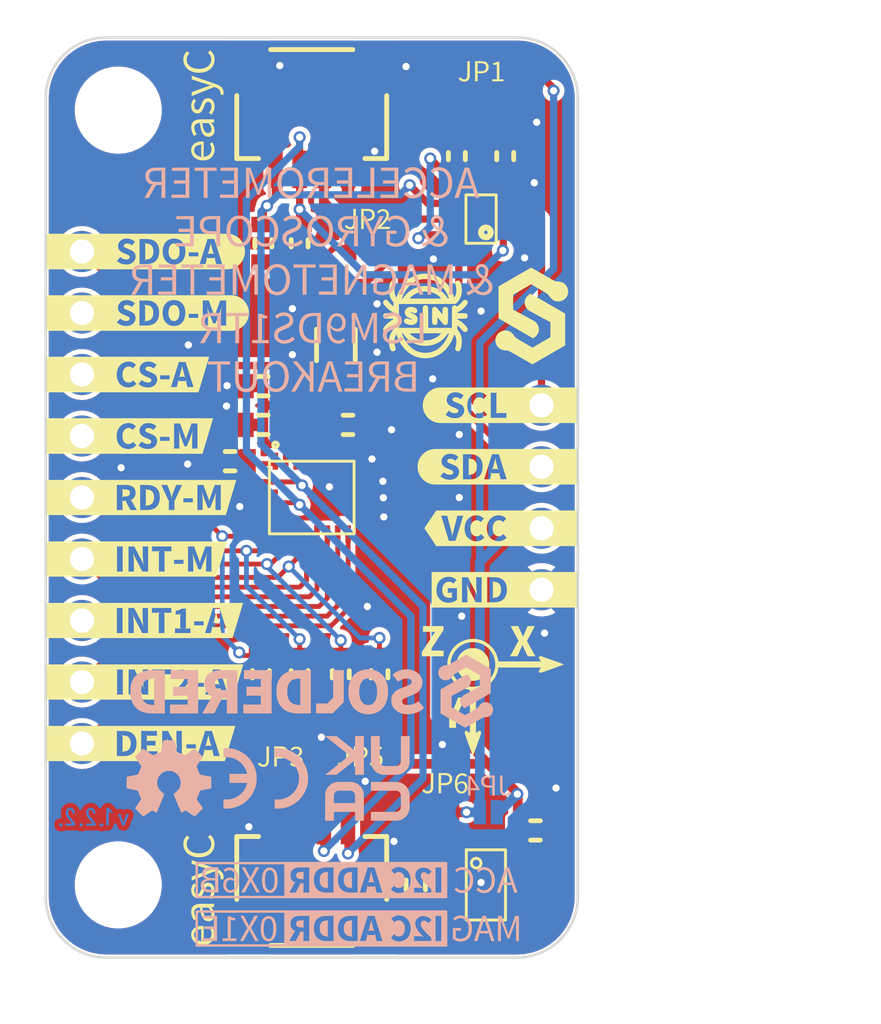
<source format=kicad_pcb>
(kicad_pcb (version 20211014) (generator pcbnew)
  (title_block (title "Accelerometer & Gyroscope & Magnetometer LSM9DS1TR breakout") (date "2023-05-22") (rev "V1.2.2.") (company "SOLDERED") (comment 1 "333069"))
  (layers (0 "F.Cu" signal) (31 "B.Cu" signal) (34 "B.Paste" user) (35 "F.Paste" user) (36 "B.SilkS" user "B.Silkscreen") (37 "F.SilkS" user "F.Silkscreen") (38 "B.Mask" user) (39 "F.Mask" user) (44 "Edge.Cuts" user))
  (net 0 "")
  (net 1 "GND")
  (net 2 "3V3")
  (net 3 "Net-(C2-Pad1)")
  (net 4 "Net-(C4-Pad1)")
  (net 5 "Net-(C6-Pad2)")
  (net 6 "SCL_PULL5")
  (net 7 "5V")
  (net 8 "SDA_PULL5")
  (net 9 "SCL_PULL3,3")
  (net 10 "SDA_PULL3,3")
  (net 11 "Net-(JP3-Pad1)")
  (net 12 "Net-(JP3-Pad3)")
  (net 13 "SDO_AG")
  (net 14 "SDO_M")
  (net 15 "CS_AG")
  (net 16 "CS_M")
  (net 17 "DRDY_M")
  (net 18 "INT_M")
  (net 19 "INT1_AG")
  (net 20 "INT2_AG")
  (net 21 "DEN_AG")
  (net 22 "SCL3,3")
  (net 23 "SDA3,3")
  (net 24 "SDA5")
  (net 25 "SCL5")
  (net 27 "Net-(JP5-Pad1)")
  (net 28 "Net-(JP5-Pad3)")
  (footprint "e-radionica.com footprinti:0603R" (layer "F.Cu") (at 110.5 128.3 -90)
    (fp_text reference "R6")
    (fp_text value "10k")
  )
  (footprint "e-radionica.com footprinti:FIDUCIAL_23" (layer "F.Cu") (at 111 138.1)
    (fp_text reference "FD1")
    (fp_text value "FIDUCIAL")
  )
  (footprint "e-radionica.com footprinti:0603R" (layer "F.Cu") (at 109 110.5 -90)
    (fp_text reference "R4")
    (fp_text value "10k")
  )
  (footprint "e-radionica.com footprinti:0603C" (layer "F.Cu") (at 115.3 137 90)
    (fp_text reference "C6")
    (fp_text value "2u2")
  )
  (footprint "e-radionica.com footprinti:easyC-connector" (layer "F.Cu") (at 111 136.7 180)
    (fp_text reference "K2")
    (fp_text value "easyC-SMD")
  )
  (footprint "e-radionica.com footprinti:0603R" (layer "F.Cu") (at 113.8 128.3 -90)
    (fp_text reference "R8")
    (fp_text value "10k")
  )
  (footprint "e-radionica.com footprinti:SMD-JUMPER-CONNECTED_TRACE_SLODERMASK" (layer "F.Cu") (at 116.5 134)
    (fp_text reference "JP6")
    (fp_text value "SMD-JUMPER-CONNECTED_TRACE_SLODERMASK")
  )
  (footprint "e-radionica.com footprinti:1206C" (layer "F.Cu") (at 112 114.7 90)
    (fp_text reference "C3")
    (fp_text value "10u")
  )
  (footprint "Soldered Graphics:Logo-Back-UKCA-3.5mm" (layer "F.Cu") (at 113.3 132.6)
    (fp_text reference "REF**" hide)
    (fp_text value "Logo-Back-UKCA-3.5mm" hide)
  )
  (footprint "Soldered Graphics:Logo-Back-OSH-3.5mm" (layer "F.Cu") (at 105.1 132.6)
    (fp_text reference "G***" hide)
    (fp_text value "LOGO" hide)
  )
  (footprint "e-radionica.com footprinti:0603C" (layer "F.Cu") (at 109 116.4)
    (fp_text reference "C5")
    (fp_text value "100n")
  )
  (footprint "kibuzzard-6411B0E0" (layer "F.Cu") (at 104.18 113.38)
    (fp_text reference "kibuzzard-6411B0E0" hide)
    (fp_text value "G***" hide)
  )
  (footprint "e-radionica.com footprinti:0603R" (layer "F.Cu") (at 119 106.9 -90)
    (fp_text reference "R2")
    (fp_text value "10k")
  )
  (footprint "e-radionica.com footprinti:0603C" (layer "F.Cu") (at 109 118 180)
    (fp_text reference "C2")
    (fp_text value "100n")
  )
  (footprint "kibuzzard-6411B119" (layer "F.Cu") (at 103.92 121)
    (fp_text reference "kibuzzard-6411B119" hide)
    (fp_text value "G***" hide)
  )
  (footprint "Soldered Graphics:Logo-Front-easyC-NewFont" (layer "F.Cu") (at 106.5 104.8 90)
    (fp_text reference "G***" hide)
    (fp_text value "LOGO" hide)
  )
  (footprint "Soldered Graphics:Logo-Front-Soldered-4mm" (layer "F.Cu") (at 120.1 113.5)
    (fp_text reference "G***" hide)
    (fp_text value "LOGO" hide)
  )
  (footprint "kibuzzard-6411B22F" (layer "F.Cu") (at 118.85 122.27)
    (fp_text reference "kibuzzard-6411B22F" hide)
    (fp_text value "G***" hide)
  )
  (footprint "Soldered Graphics:Symbol-Front-Orientation2" (layer "F.Cu") (at 118.5 129)
    (fp_text reference "REF**" hide)
    (fp_text value "Symbol-Front-Orientation2" hide)
  )
  (footprint "e-radionica.com footprinti:0603R" (layer "F.Cu") (at 110.5 110.5 90)
    (fp_text reference "R1")
    (fp_text value "10k")
  )
  (footprint "kibuzzard-6411B061" (layer "F.Cu") (at 113.3 109.5)
    (fp_text reference "kibuzzard-6411B061" hide)
    (fp_text value "G***" hide)
  )
  (footprint "kibuzzard-6411B196" (layer "F.Cu") (at 104.06 126.08)
    (fp_text reference "kibuzzard-6411B196" hide)
    (fp_text value "G***" hide)
  )
  (footprint "e-radionica.com footprinti:0603C" (layer "F.Cu") (at 107.625 119.5)
    (fp_text reference "C1")
    (fp_text value "100n")
  )
  (footprint "e-radionica.com footprinti:SMD_JUMPER_3_PAD_TRACE" (layer "F.Cu") (at 113 130.5 180)
    (fp_text reference "JP5")
    (fp_text value "SMD_JUMPER_3_PAD_TRACE")
  )
  (footprint "e-radionica.com footprinti:0603R" (layer "F.Cu") (at 112.2 128.3 -90)
    (fp_text reference "R7")
    (fp_text value "10k")
  )
  (footprint "e-radionica.com footprinti:SMD_JUMPER_3_PAD_TRACE" (layer "F.Cu") (at 118 104.6 180)
    (fp_text reference "JP1")
    (fp_text value "SMD_JUMPER_3_PAD_TRACE")
  )
  (footprint "Soldered Graphics:Logo-Front-easyC-NewFont" (layer "F.Cu") (at 106.5 137.2 90)
    (fp_text reference "G***" hide)
    (fp_text value "LOGO" hide)
  )
  (footprint "e-radionica.com footprinti:SMD_JUMPER_3_PAD_TRACE" (layer "F.Cu") (at 113.3 110.7 180)
    (fp_text reference "JP2")
    (fp_text value "SMD_JUMPER_3_PAD_TRACE")
  )
  (footprint "kibuzzard-6411B241" (layer "F.Cu") (at 119 124.81)
    (fp_text reference "kibuzzard-6411B241" hide)
    (fp_text value "G***" hide)
  )
  (footprint "e-radionica.com footprinti:SOT-363" (layer "F.Cu") (at 118 109.5 180)
    (fp_text reference "U1")
    (fp_text value "NMOS-DUAL")
  )
  (footprint "e-radionica.com footprinti:0603R" (layer "F.Cu") (at 108.9 128.3 -90)
    (fp_text reference "R5")
    (fp_text value "10k")
  )
  (footprint "Soldered Graphics:Symbol-Front-Magnetic-Field" (layer "F.Cu") (at 115.7 113.5)
    (fp_text reference "G***" hide)
    (fp_text value "LOGO" hide)
  )
  (footprint "e-radionica.com footprinti:SMD_JUMPER_3_PAD_TRACE" (layer "F.Cu") (at 109.7 130.5 180)
    (fp_text reference "JP3")
    (fp_text value "SMD_JUMPER_3_PAD_TRACE")
  )
  (footprint "kibuzzard-6411B103" (layer "F.Cu") (at 103.44 118.46)
    (fp_text reference "kibuzzard-6411B103" hide)
    (fp_text value "G***" hide)
  )
  (footprint "e-radionica.com footprinti:0603C" (layer "F.Cu") (at 112.5 118)
    (fp_text reference "C4")
    (fp_text value "10n")
  )
  (footprint "kibuzzard-6411B1E2" (layer "F.Cu") (at 103.9 131.16)
    (fp_text reference "kibuzzard-6411B1E2" hide)
    (fp_text value "G***" hide)
  )
  (footprint "e-radionica.com footprinti:easyC-connector" (layer "F.Cu") (at 111 105.3)
    (fp_text reference "K4")
    (fp_text value "easyC-SMD")
  )
  (footprint "e-radionica.com footprinti:SOT-23-5" (layer "F.Cu") (at 118.2 137)
    (fp_text reference "U3")
    (fp_text value "SE5218")
  )
  (footprint "kibuzzard-6411B21F" (layer "F.Cu") (at 118.71 119.73)
    (fp_text reference "kibuzzard-6411B21F" hide)
    (fp_text value "G***" hide)
  )
  (footprint "kibuzzard-6411B06B" (layer "F.Cu") (at 109.7 131.7)
    (fp_text reference "kibuzzard-6411B06B" hide)
    (fp_text value "G***" hide)
  )
  (footprint "kibuzzard-6411B059" (layer "F.Cu") (at 118 103.4)
    (fp_text reference "kibuzzard-6411B059" hide)
    (fp_text value "G***" hide)
  )
  (footprint "Soldered Graphics:Logo-Back-CE-3.5mm" (layer "F.Cu") (at 109.1 132.6)
    (fp_text reference "REF**" hide)
    (fp_text value "Logo-Back-CE-3.5mm" hide)
  )
  (footprint "e-radionica.com footprinti:LSM9DS1TR" (layer "F.Cu") (at 111 121)
    (fp_text reference "U2")
    (fp_text value "LSM9DS1TR")
  )
  (footprint "Soldered Graphics:Logo-Back-SolderedFULL-15mm" (layer "F.Cu") (at 111 129)
    (fp_text reference "REF**" hide)
    (fp_text value "Logo-Front-SolderedFULL-15mm" hide)
  )
  (footprint "kibuzzard-6411B1B6" (layer "F.Cu") (at 104.07 128.62)
    (fp_text reference "kibuzzard-6411B1B6" hide)
    (fp_text value "G***" hide)
  )
  (footprint "e-radionica.com footprinti:0603R" (layer "F.Cu") (at 117 106.9 90)
    (fp_text reference "R3")
    (fp_text value "10k")
  )
  (footprint "kibuzzard-6411B25F" (layer "F.Cu") (at 113 131.7)
    (fp_text reference "kibuzzard-6411B25F" hide)
    (fp_text value "G***" hide)
  )
  (footprint "kibuzzard-6411B1FF" (layer "F.Cu") (at 118.81 117.19)
    (fp_text reference "kibuzzard-6411B1FF" hide)
    (fp_text value "G***" hide)
  )
  (footprint "kibuzzard-6411B182" (layer "F.Cu") (at 103.73 123.54)
    (fp_text reference "kibuzzard-6411B182" hide)
    (fp_text value "G***" hide)
  )
  (footprint "kibuzzard-6411B0F4" (layer "F.Cu") (at 103.36 115.92)
    (fp_text reference "kibuzzard-6411B0F4" hide)
    (fp_text value "G***" hide)
  )
  (footprint "e-radionica.com footprinti:HOLE_3.2mm" (layer "F.Cu") (at 103 105)
    (fp_text reference "H1" hide)
    (fp_text value "HOLE_3.2mm" hide)
  )
  (footprint "e-radionica.com footprinti:0603C" (layer "F.Cu") (at 120.25 134.75 180)
    (fp_text reference "C7")
    (fp_text value "2u2")
  )
  (footprint "kibuzzard-6411B07F" (layer "F.Cu") (at 116.5 132.8)
    (fp_text reference "kibuzzard-6411B07F" hide)
    (fp_text value "G***" hide)
  )
  (footprint "e-radionica.com footprinti:HOLE_3.2mm" (layer "F.Cu") (at 103 137)
    (fp_text reference "H2" hide)
    (fp_text value "HOLE_3.2mm" hide)
  )
  (footprint "kibuzzard-6411B0B5" (layer "F.Cu") (at 104.1 110.84)
    (fp_text reference "kibuzzard-6411B0B5" hide)
    (fp_text value "G***" hide)
  )
  (footprint "kibuzzard-6411B327" (layer "B.Cu") (at 111 108 180)
    (fp_text reference "kibuzzard-6411B327" hide)
    (fp_text value "G***" hide)
  )
  (footprint "Soldered Graphics:Version1.2.2." (layer "B.Cu") (at 101.82 134.16 180)
    (fp_text reference "REF**" hide)
    (fp_text value "Version1.2.2." hide)
  )
  (footprint "kibuzzard-6411B295" (layer "B.Cu") (at 118.2 138.8 180)
    (fp_text reference "kibuzzard-6411B295" hide)
    (fp_text value "G***" hide)
  )
  (footprint "Soldered Graphics:Symbol-Front-I2C-ADDR-Field-NewFont" (layer "B.Cu") (at 111.4 136.8 180)
    (fp_text reference "REF**" hide)
    (fp_text value "Symbol-Front-I2C-ADDR-Field" hide)
  )
  (footprint "kibuzzard-6411B33C" (layer "B.Cu") (at 111 112 180)
    (fp_text reference "kibuzzard-6411B33C" hide)
    (fp_text value "G***" hide)
  )
  (footprint "kibuzzard-646B23F4" (layer "B.Cu") (at 111 116 180)
    (fp_text reference "kibuzzard-646B23F4" hide)
    (fp_text value "G***" hide)
  )
  (footprint "kibuzzard-6411B32F" (layer "B.Cu") (at 111 110 180)
    (fp_text reference "kibuzzard-6411B32F" hide)
    (fp_text value "G***" hide)
  )
  (footprint "kibuzzard-6411B074" (layer "B.Cu") (at 118.3 132.9 180)
    (fp_text reference "kibuzzard-6411B074" hide)
    (fp_text value "G***" hide)
  )
  (footprint "kibuzzard-6411B2B7" (layer "B.Cu") (at 108 138.8 180)
    (fp_text reference "kibuzzard-6411B2B7" hide)
    (fp_text value "G***" hide)
  )
  (footprint "e-radionica.com footprinti:SMD_JUMPER" (layer "B.Cu") (at 118.3 134)
    (fp_text reference "JP4")
    (fp_text value "SMD_JUMPER")
  )
  (footprint "kibuzzard-6411B2D2" (layer "B.Cu") (at 108 136.8 180)
    (fp_text reference "kibuzzard-6411B2D2" hide)
    (fp_text value "G***" hide)
  )
  (footprint "e-radionica.com footprinti:HEADER_MALE_4X1" (layer "B.Cu") (at 120.5 121 90)
    (fp_text reference "K3")
    (fp_text value "HEADER_MALE_4X1")
  )
  (footprint "Soldered Graphics:Symbol-Front-I2C-ADDR-Field-NewFont" (layer "B.Cu") (at 111.4 138.8 180)
    (fp_text reference "REF**" hide)
    (fp_text value "Symbol-Front-I2C-ADDR-Field" hide)
  )
  (footprint "kibuzzard-6411B347" (layer "B.Cu") (at 111 114 180)
    (fp_text reference "kibuzzard-6411B347" hide)
    (fp_text value "G***" hide)
  )
  (footprint "e-radionica.com footprinti:HEADER_MALE_9X1" (layer "B.Cu") (at 101.5 121 -90)
    (fp_text reference "K1")
    (fp_text value "HEADER_MALE_9X1")
  )
  (footprint "kibuzzard-6411B292" (layer "B.Cu") (at 118.2 136.8 180)
    (fp_text reference "kibuzzard-6411B292" hide)
    (fp_text value "G***" hide)
  )
  (gr_arc (start 100 104.5) (mid 100.732233 102.732233) (end 102.5 102) (layer "Edge.Cuts") (width 0.1))
  (gr_arc (start 122 137.5) (mid 121.267767 139.267767) (end 119.5 140) (layer "Edge.Cuts") (width 0.1))
  (gr_line (start 102.5 102) (end 119.5 102) (layer "Edge.Cuts") (width 0.1))
  (gr_line (start 100 137.5) (end 100 104.5) (layer "Edge.Cuts") (width 0.1))
  (gr_line (start 119.5 140) (end 102.5 140) (layer "Edge.Cuts") (width 0.1))
  (gr_line (start 122 104.5) (end 122 137.5) (layer "Edge.Cuts") (width 0.1))
  (gr_arc (start 119.5 102) (mid 121.267767 102.732233) (end 122 104.5) (layer "Edge.Cuts") (width 0.1))
  (gr_arc (start 102.5 140) (mid 100.732233 139.267767) (end 100 137.5) (layer "Edge.Cuts") (width 0.1))
  (via (at 110.2 115.1) (size 0.5) (drill 0.3) (layers "F.Cu" "B.Cu") (net 1))
  (via (at 113.94 120.33) (size 0.5) (drill 0.3) (layers "F.Cu" "B.Cu") (net 1))
  (via (at 111.4 130.9) (size 0.5) (drill 0.3) (layers "F.Cu" "B.Cu") (net 1))
  (via (at 105.9 114.7) (size 0.5) (drill 0.3) (layers "F.Cu" "B.Cu") (net 1))
  (via (at 113.49 119.41) (size 0.5) (drill 0.3) (layers "F.Cu" "B.Cu") (net 1))
  (via (at 110.2 113.2) (size 0.5) (drill 0.3) (layers "F.Cu" "B.Cu") (net 1))
  (via (at 105.87 119.62) (size 0.5) (drill 0.3) (layers "F.Cu" "B.Cu") (net 1))
  (via (at 113.96 121.01) (size 0.5) (drill 0.3) (layers "F.Cu" "B.Cu") (net 1))
  (via (at 118 136.9) (size 0.5) (drill 0.3) (layers "F.Cu" "B.Cu") (net 1))
  (via (at 117.1 121) (size 0.5) (drill 0.3) (layers "F.Cu" "B.Cu") (net 1))
  (via (at 120.2 108) (size 0.5) (drill 0.3) (layers "F.Cu" "B.Cu") (net 1))
  (via (at 109.68 103.16) (size 0.5) (drill 0.3) (layers "F.Cu" "B.Cu") (net 1))
  (via (at 113.6 106.7) (size 0.5) (drill 0.3) (layers "F.Cu" "B.Cu") (net 1))
  (via (at 107.475 117.225) (size 0.5) (drill 0.3) (layers "F.Cu" "B.Cu") (net 1))
  (via (at 113.98 121.8) (size 0.5) (drill 0.3) (layers "F.Cu" "B.Cu") (net 1))
  (via (at 117.2 125.9) (size 0.5) (drill 0.3) (layers "F.Cu" "B.Cu") (net 1))
  (via (at 113.7 115) (size 0.5) (drill 0.3) (layers "F.Cu" "B.Cu") (net 1))
  (via (at 113.7 113) (size 0.5) (drill 0.3) (layers "F.Cu" "B.Cu") (net 1))
  (via (at 111.73 120.56) (size 0.5) (drill 0.3) (layers "F.Cu" "B.Cu") (net 1))
  (via (at 108.025 121.375) (size 0.5) (drill 0.3) (layers "F.Cu" "B.Cu") (net 1))
  (via (at 113.3 125.5) (size 0.5) (drill 0.3) (layers "F.Cu" "B.Cu") (net 1))
  (via (at 117.1 118.4) (size 0.5) (drill 0.3) (layers "F.Cu" "B.Cu") (net 1))
  (via (at 119.8 111.1) (size 0.5) (drill 0.3) (layers "F.Cu" "B.Cu") (net 1))
  (via (at 103.12 119.77) (size 0.5) (drill 0.3) (layers "F.Cu" "B.Cu") (net 1))
  (via (at 114.3 118.2) (size 0.5) (drill 0.3) (layers "F.Cu" "B.Cu") (net 1))
  (via (at 116.4 131.2) (size 0.5) (drill 0.3) (layers "F.Cu" "B.Cu") (net 1))
  (via (at 120.3 105.5) (size 0.5) (drill 0.3) (layers "F.Cu" "B.Cu") (net 1))
  (via (at 108.4 134.6) (size 0.5) (drill 0.3) (layers "F.Cu" "B.Cu") (net 1))
  (via (at 116 116.1) (size 0.5) (drill 0.3) (layers "F.Cu" "B.Cu") (net 1))
  (via (at 114.9 103.2) (size 0.5) (drill 0.3) (layers "F.Cu" "B.Cu") (net 1))
  (via (at 113.21 132.72) (size 0.5) (drill 0.3) (layers "F.Cu" "B.Cu") (net 1))
  (via (at 107.5 116.38) (size 0.5) (drill 0.3) (layers "F.Cu" "B.Cu") (net 1))
  (via (at 120.625 126.6) (size 0.5) (drill 0.3) (layers "F.Cu" "B.Cu") (net 1))
  (via (at 121.1 133) (size 0.5) (drill 0.3) (layers "F.Cu" "B.Cu") (net 1))
  (via (at 114.4 135.2) (size 0.5) (drill 0.3) (layers "F.Cu" "B.Cu") (net 1))
  (via (at 116.03 111.15) (size 0.5) (drill 0.3) (layers "F.Cu" "B.Cu") (net 1))
  (via (at 118 113.3) (size 0.5) (drill 0.3) (layers "F.Cu" "B.Cu") (net 1))
  (segment (start 114.5 109.5) (end 114 109.5) (width 0.4) (layer "F.Cu") (net 2))
  (segment (start 116.3 130) (end 116.3 118.8) (width 0.4) (layer "F.Cu") (net 2))
  (segment (start 110.5 134.55) (end 110.5 132.6) (width 0.4) (layer "F.Cu") (net 2))
  (segment (start 106.6 117.84) (end 108.27 119.51) (width 0.3) (layer "F.Cu") (net 2))
  (segment (start 110.9 116.4) (end 111.075 116.225) (width 0.3) (layer "F.Cu") (net 2))
  (segment (start 115.25 117.75) (end 115 117.5) (width 0.3) (layer "F.Cu") (net 2))
  (segment (start 113.725 116.225) (end 112 116.225) (width 0.4) (layer "F.Cu") (net 2))
  (segment (start 110.3 116.4) (end 110.9 116.4) (width 0.3) (layer "F.Cu") (net 2))
  (segment (start 113 130.5) (end 113 131.5) (width 0.3) (layer "F.Cu") (net 2))
  (segment (start 113 131.5) (end 113.5 132) (width 0.3) (layer "F.Cu") (net 2))
  (segment (start 114.76 117.26) (end 114.76 109.76) (width 0.4) (layer "F.Cu") (net 2))
  (segment (start 109.73 116.4) (end 110.3 116.4) (width 0.3) (layer "F.Cu") (net 2))
  (segment (start 114.76 109.76) (end 114.5 109.5) (width 0.4) (layer "F.Cu") (net 2))
  (segment (start 108.27 119.51) (end 108.355 119.595) (width 0.2) (layer "F.Cu") (net 2))
  (segment (start 111.1 132) (end 110.2 132) (width 0.3) (layer "F.Cu") (net 2))
  (segment (start 110.355 118.935) (end 110.77 118.52) (width 0.2) (layer "F.Cu") (net 2))
  (segment (start 110.785 119.5) (end 110.785 118.535) (width 0.2) (layer "F.Cu") (net 2))
  (segment (start 118.5 132.2) (end 118.3 132) (width 0.4) (layer "F.Cu") (net 2))
  (segment (start 108.435 120.785) (end 109.25 120.785) (width 0.2) (layer "F.Cu") (net 2))
  (segment (start 119.5 136.05) (end 119.5 134.77) (width 0.3) (layer "F.Cu") (net 2))
  (segment (start 119.5 134.77) (end 119.52 134.75) (width 0.3) (layer "F.Cu") (net 2))
  (segment (start 110.5 132.6) (end 111.1 132) (width 0.4) (layer "F.Cu") (net 2))
  (segment (start 113.6 109.5) (end 113.3 109.8) (width 0.3) (layer "F.Cu") (net 2))
  (segment (start 116.3 118.8) (end 115.25 117.75) (width 0.4) (layer "F.Cu") (net 2))
  (segment (start 114 109.5) (end 112.2 109.5) (width 0.4) (layer "F.Cu") (net 2))
  (segment (start 118.5 132.2) (end 116.3 130) (width 0.4) (layer "F.Cu") (net 2))
  (segment (start 109.7 131.5) (end 109.7 130.5) (width 0.3) (layer "F.Cu") (net 2))
  (segment (start 119.52 133.22) (end 119.52 134.75) (width 0.4) (layer "F.Cu") (net 2))
  (segment (start 108.355 120.705) (end 108.435 120.785) (width 0.2) (layer "F.Cu") (net 2))
  (segment (start 113.3 109.8) (end 113.3 110.7) (width 0.3) (layer "F.Cu") (net 2))
  (segment (start 115.25 117.75) (end 113.725 116.225) (width 0.4) (layer "F.Cu") (net 2))
  (segment (start 112.2 109.5) (end 111.5 108.8) (width 0.4) (layer "F.Cu") (net 2))
  (segment (start 117.08 109.5) (end 114.5 109.5) (width 0.3) (layer "F.Cu") (net 2))
  (segment (start 118.3 132) (end 113.5 132) (width 0.4) (layer "F.Cu") (net 2))
  (segment (start 109.495 119.6) (end 108.37 119.6) (width 0.2) (layer "F.Cu") (net 2))
  (segment (start 114 109.5) (end 113.6 109.5) (width 0.3) (layer "F.Cu") (net 2))
  (segment (start 109.475489 115.550489) (end 107.249511 115.550489) (width 0.3) (layer "F.Cu") (net 2))
  (segment (start 108.355 119.595) (end 108.355 120.705) (width 0.2) (layer "F.Cu") (net 2))
  (segment (start 107.249511 115.550489) (end 106.6 116.2) (width 0.3) (layer "F.Cu") (net 2))
  (segment (start 118.92 109.5) (end 117.08 109.5) (width 0.3) (layer "F.Cu") (net 2))
  (segment (start 110.785 118.535) (end 110.77 118.52) (width 0.2) (layer "F.Cu") (net 2))
  (segment (start 109.73 115.805) (end 109.475489 115.550489) (width 0.3) (layer "F.Cu") (net 2))
  (segment (start 113.5 132) (end 111.1 132) (width 0.4) (layer "F.Cu") (net 2))
  (segment (start 106.6 116.2) (end 106.6 117.84) (width 0.3) (layer "F.Cu") (net 2))
  (segment (start 110.2 132) (end 109.7 131.5) (width 0.3) (layer "F.Cu") (net 2))
  (segment (start 115 117.5) (end 114.76 117.26) (width 0.4) (layer "F.Cu") (net 2))
  (segment (start 109.73 116.4) (end 109.73 115.805) (width 0.3) (layer "F.Cu") (net 2))
  (segment (start 110.77 118.52) (end 110.77 116.87) (width 0.3) (layer "F.Cu") (net 2))
  (segment (start 112 116.225) (end 111.075 116.225) (width 0.3) (layer "F.Cu") (net 2))
  (segment (start 118.5 132.2) (end 119.52 133.22) (width 0.4) (layer "F.Cu") (net 2))
  (segment (start 111.5 108.8) (end 111.5 107.45) (width 0.4) (layer "F.Cu") (net 2))
  (segment (start 110.77 116.87) (end 110.3 116.4) (width 0.3) (layer "F.Cu") (net 2))
  (segment (start 110.355 119.5) (end 110.355 118.935) (width 0.2) (layer "F.Cu") (net 2))
  (via (at 119.5 133.25) (size 0.5) (drill 0.3) (layers "F.Cu" "B.Cu") (net 2))
  (segment (start 118.75 134) (end 118.65 134) (width 0.3) (layer "B.Cu") (net 2))
  (segment (start 119.5 133.25) (end 118.75 134) (width 0.4) (layer "B.Cu") (net 2))
  (segment (start 109.925 119.6) (end 109.925 118.195) (width 0.2) (layer "F.Cu") (net 3))
  (segment (start 109.925 118.195) (end 109.73 118) (width 0.2) (layer "F.Cu") (net 3))
  (segment (start 111.215 119.6) (end 111.215 118.915) (width 0.2) (layer "F.Cu") (net 4))
  (segment (start 111.215 118.915) (end 111.77 118.36) (width 0.2) (layer "F.Cu") (net 4))
  (segment (start 111.77 118.36) (end 111.77 118) (width 0.2) (layer "F.Cu") (net 4))
  (segment (start 115.3 136.27) (end 115.3 134.43) (width 0.4) (layer "F.Cu") (net 5))
  (segment (start 118.05 136.05) (end 116.9 136.05) (width 0.2) (layer "F.Cu") (net 5))
  (segment (start 115.3 134.43) (end 115.73 134) (width 0.4) (layer "F.Cu") (net 5))
  (segment (start 118.7 137.4) (end 118.7 136.7) (width 0.2) (layer "F.Cu") (net 5))
  (segment (start 118.15 137.95) (end 118.7 137.4) (width 0.2) (layer "F.Cu") (net 5))
  (segment (start 118.7 136.7) (end 118.05 136.05) (width 0.2) (layer "F.Cu") (net 5))
  (segment (start 115.73 134) (end 116.15 134) (width 0.4) (layer "F.Cu") (net 5))
  (segment (start 116.9 136.05) (end 116.84 136.11) (width 0.4) (layer "F.Cu") (net 5))
  (segment (start 116.84 136.11) (end 115.46 136.11) (width 0.4) (layer "F.Cu") (net 5))
  (segment (start 115.46 136.11) (end 115.3 136.27) (width 0.4) (layer "F.Cu") (net 5))
  (segment (start 116.9 137.95) (end 118.15 137.95) (width 0.2) (layer "F.Cu") (net 5))
  (segment (start 119 106.125) (end 119 105.67) (width 0.3) (layer "F.Cu") (net 6))
  (segment (start 119 105.67) (end 118.7 105.37) (width 0.3) (layer "F.Cu") (net 6))
  (segment (start 118.7 105.37) (end 118.7 104.6) (width 0.3) (layer "F.Cu") (net 6))
  (segment (start 118 103.4) (end 118 104.6) (width 0.3) (layer "F.Cu") (net 7))
  (segment (start 121 104.1) (end 120 103.1) (width 0.3) (layer "F.Cu") (net 7))
  (segment (start 118.3 103.1) (end 118 103.4) (width 0.3) (layer "F.Cu") (net 7))
  (segment (start 117.4 134) (end 116.85 134) (width 0.4) (layer "F.Cu") (net 7))
  (segment (start 120 103.1) (end 118.3 103.1) (width 0.3) (layer "F.Cu") (net 7))
  (segment (start 121 104.2) (end 121 104.1) (width 0.3) (layer "F.Cu") (net 7))
  (via (at 121 104.2) (size 0.5) (drill 0.3) (layers "F.Cu" "B.Cu") (net 7))
  (via (at 117.4 134) (size 0.5) (drill 0.3) (layers "F.Cu" "B.Cu") (net 7))
  (segment (start 117.95 123.65) (end 118 123.6) (width 0.3) (layer "B.Cu") (net 7))
  (segment (start 119.33 122.27) (end 120.5 122.27) (width 0.4) (layer "B.Cu") (net 7))
  (segment (start 118 123.6) (end 119.33 122.27) (width 0.4) (layer "B.Cu") (net 7))
  (segment (start 121 111.55) (end 121 104.2) (width 0.3) (layer "B.Cu") (net 7))
  (segment (start 117.95 123.65) (end 117.95 114.6) (width 0.3) (layer "B.Cu") (net 7))
  (segment (start 117.95 134) (end 117.4 134) (width 0.4) (layer "B.Cu") (net 7))
  (segment (start 117.95 114.6) (end 121 111.55) (width 0.3) (layer "B.Cu") (net 7))
  (segment (start 117.95 123.65) (end 117.95 134) (width 0.4) (layer "B.Cu") (net 7))
  (segment (start 117 105.7) (end 117.3 105.4) (width 0.3) (layer "F.Cu") (net 8))
  (segment (start 117 106.125) (end 117 105.7) (width 0.3) (layer "F.Cu") (net 8))
  (segment (start 117.3 105.4) (end 117.3 104.6) (width 0.3) (layer "F.Cu") (net 8))
  (segment (start 113.3 112.1) (end 109.825 112.1) (width 0.254) (layer "F.Cu") (net 9))
  (segment (start 109.825 112.1) (end 109 111.275) (width 0.254) (layer "F.Cu") (net 9))
  (segment (start 114 111.4) (end 113.3 112.1) (width 0.254) (layer "F.Cu") (net 9))
  (segment (start 114 110.7) (end 114 111.4) (width 0.254) (layer "F.Cu") (net 9))
  (segment (start 111.325 111.275) (end 111.9 110.7) (width 0.254) (layer "F.Cu") (net 10))
  (segment (start 111.9 110.7) (end 112.6 110.7) (width 0.254) (layer "F.Cu") (net 10))
  (segment (start 110.5 111.275) (end 111.325 111.275) (width 0.254) (layer "F.Cu") (net 10))
  (segment (start 110.5 129.075) (end 110.5 130.4) (width 0.2) (layer "F.Cu") (net 11))
  (segment (start 110.5 130.4) (end 110.4 130.5) (width 0.2) (layer "F.Cu") (net 11))
  (segment (start 108.9 129.075) (end 108.9 130.4) (width 0.2) (layer "F.Cu") (net 12))
  (segment (start 108.9 130.4) (end 109 130.5) (width 0.2) (layer "F.Cu") (net 12))
  (segment (start 107.3 122.6) (end 107.9 122.6) (width 0.2) (layer "F.Cu") (net 13))
  (segment (start 108 127.4) (end 108.125 127.525) (width 0.2) (layer "F.Cu") (net 13))
  (segment (start 105.15952 114.49952) (end 101.5 110.84) (width 0.2) (layer "F.Cu") (net 13))
  (segment (start 105.15952 120.45952) (end 105.15952 114.49952) (width 0.2) (layer "F.Cu") (net 13))
  (segment (start 107.9 122.6) (end 108.855 121.645) (width 0.2) (layer "F.Cu") (net 13))
  (segment (start 108.855 121.645) (end 109.495 121.645) (width 0.2) (layer "F.Cu") (net 13))
  (segment (start 108.125 127.525) (end 108.9 127.525) (width 0.2) (layer "F.Cu") (net 13))
  (segment (start 107.3 122.6) (end 105.15952 120.45952) (width 0.2) (layer "F.Cu") (net 13))
  (via (at 108 127.4) (size 0.5) (drill 0.3) (layers "F.Cu" "B.Cu") (net 13))
  (via (at 107.3 122.6) (size 0.5) (drill 0.3) (layers "F.Cu" "B.Cu") (net 13))
  (segment (start 108 127.4) (end 107.3 126.7) (width 0.2) (layer "B.Cu") (net 13))
  (segment (start 107.3 126.7) (end 107.3 122.6) (width 0.2) (layer "B.Cu") (net 13))
  (segment (start 108.3 123.2) (end 107.065006 123.2) (width 0.2) (layer "F.Cu") (net 14))
  (segment (start 110.5 126.8495) (end 110.5 127.525) (width 0.2) (layer "F.Cu") (net 14))
  (segment (start 104.76 119.429988) (end 104 118.669988) (width 0.2) (layer "F.Cu") (net 14))
  (segment (start 104 118.669988) (end 104 114.1) (width 0.2) (layer "F.Cu") (net 14))
  (segment (start 109.284994 123.2) (end 108.3 123.2) (width 0.2) (layer "F.Cu") (net 14))
  (segment (start 103.28 113.38) (end 101.5 113.38) (width 0.2) (layer "F.Cu") (net 14))
  (segment (start 104.76 120.894994) (end 104.76 119.429988) (width 0.2) (layer "F.Cu") (net 14))
  (segment (start 104 114.1) (end 103.28 113.38) (width 0.2) (layer "F.Cu") (net 14))
  (segment (start 107.065006 123.2) (end 104.76 120.894994) (width 0.2) (layer "F.Cu") (net 14))
  (segment (start 109.495 122.5) (end 109.495 122.989994) (width 0.2) (layer "F.Cu") (net 14))
  (segment (start 109.495 122.989994) (end 109.284994 123.2) (width 0.2) (layer "F.Cu") (net 14))
  (via (at 110.5 126.8495) (size 0.5) (drill 0.3) (layers "F.Cu" "B.Cu") (net 14))
  (via (at 108.3 123.2) (size 0.5) (drill 0.3) (layers "F.Cu" "B.Cu") (net 14))
  (segment (start 110.5 126.8495) (end 108.3 124.6495) (width 0.2) (layer "B.Cu") (net 14))
  (segment (start 108.3 124.6495) (end 108.3 123.2) (width 0.2) (layer "B.Cu") (net 14))
  (segment (start 109.925 122.4) (end 109.925 123.125) (width 0.2) (layer "F.Cu") (net 15))
  (segment (start 102.62 115.92) (end 101.5 115.92) (width 0.2) (layer "F.Cu") (net 15))
  (segment (start 103.60048 118.835474) (end 103.60048 116.90048) (width 0.2) (layer "F.Cu") (net 15))
  (segment (start 109.300489 123.749511) (end 109.150489 123.749511) (width 0.2) (layer "F.Cu") (net 15))
  (segment (start 109.925 123.125) (end 109.300489 123.749511) (width 0.2) (layer "F.Cu") (net 15))
  (segment (start 107.049511 123.749511) (end 104.35 121.05) (width 0.2) (layer "F.Cu") (net 15))
  (segment (start 104.35 119.584994) (end 103.60048 118.835474) (width 0.2) (layer "F.Cu") (net 15))
  (segment (start 112.2 126.9) (end 112.2 127.225) (width 0.2) (layer "F.Cu") (net 15))
  (segment (start 109.150489 123.749511) (end 107.049511 123.749511) (width 0.2) (layer "F.Cu") (net 15))
  (segment (start 104.35 121.05) (end 104.35 119.584994) (width 0.2) (layer "F.Cu") (net 15))
  (segment (start 103.60048 116.90048) (end 102.62 115.92) (width 0.2) (layer "F.Cu") (net 15))
  (via (at 112.2 126.9) (size 0.5) (drill 0.3) (layers "F.Cu" "B.Cu") (net 15))
  (via (at 109.150489 123.749511) (size 0.5) (drill 0.3) (layers "F.Cu" "B.Cu") (net 15))
  (segment (start 112.2 126.9) (end 109.150489 123.850489) (width 0.2) (layer "B.Cu") (net 15))
  (segment (start 109.150489 123.850489) (end 109.150489 123.749511) (width 0.2) (layer "B.Cu") (net 15))
  (segment (start 110.355 123.545) (end 109.6 124.3) (width 0.2) (layer "F.Cu") (net 16))
  (segment (start 113.8 126.8) (end 113.8 127.225) (width 0.2) (layer "F.Cu") (net 16))
  (segment (start 103.95 119.75) (end 102.66 118.46) (width 0.2) (layer "F.Cu") (net 16))
  (segment (start 106.8 124.3) (end 103.95 121.45) (width 0.2) (layer "F.Cu") (net 16))
  (segment (start 109.6 124.3) (end 106.8 124.3) (width 0.2) (layer "F.Cu") (net 16))
  (segment (start 103.95 121.45) (end 103.95 119.75) (width 0.2) (layer "F.Cu") (net 16))
  (segment (start 102.66 118.46) (end 101.5 118.46) (width 0.2) (layer "F.Cu") (net 16))
  (segment (start 110.355 122.4) (end 110.355 123.545) (width 0.2) (layer "F.Cu") (net 16))
  (via (at 113.8 126.8) (size 0.5) (drill 0.3) (layers "F.Cu" "B.Cu") (net 16))
  (via (at 110.05 123.85) (size 0.5) (drill 0.3) (layers "F.Cu" "B.Cu") (net 16))
  (segment (start 113.8 126.8) (end 113 126.8) (width 0.2) (layer "B.Cu") (net 16))
  (segment (start 113 126.8) (end 110.05 123.85) (width 0.2) (layer "B.Cu") (net 16))
  (segment (start 110.785 124.415) (end 110.49808 124.70192) (width 0.2) (layer "F.Cu") (net 17))
  (segment (start 106.30192 124.70192) (end 102.6 121) (width 0.2) (layer "F.Cu") (net 17))
  (segment (start 110.49808 124.70192) (end 106.30192 124.70192) (width 0.2) (layer "F.Cu") (net 17))
  (segment (start 102.6 121) (end 101.5 121) (width 0.2) (layer "F.Cu") (net 17))
  (segment (start 110.785 122.4) (end 110.785 124.415) (width 0.2) (layer "F.Cu") (net 17))
  (segment (start 111.215 124.785) (end 110.89856 125.10144) (width 0.2) (layer "F.Cu") (net 18))
  (segment (start 111.215 122.4) (end 111.215 124.785) (width 0.2) (layer "F.Cu") (net 18))
  (segment (start 110.89856 125.10144) (end 103.06144 125.10144) (width 0.2) (layer "F.Cu") (net 18))
  (segment (start 103.06144 125.10144) (end 101.5 123.54) (width 0.2) (layer "F.Cu") (net 18))
  (segment (start 111.645 125.155) (end 111.29904 125.50096) (width 0.2) (layer "F.Cu") (net 19))
  (segment (start 111.29904 125.50096) (end 102.07904 125.50096) (width 0.2) (layer "F.Cu") (net 19))
  (segment (start 102.07904 125.50096) (end 101.5 126.08) (width 0.2) (layer "F.Cu") (net 19))
  (segment (start 111.645 122.4) (end 111.645 125.155) (width 0.2) (layer "F.Cu") (net 19))
  (segment (start 112.075 122.4) (end 112.075 125.459994) (width 0.2) (layer "F.Cu") (net 20))
  (segment (start 104.21952 125.90048) (end 101.5 128.62) (width 0.2) (layer "F.Cu") (net 20))
  (segment (start 111.634514 125.90048) (end 104.21952 125.90048) (width 0.2) (layer "F.Cu") (net 20))
  (segment (start 112.075 125.459994) (end 111.634514 125.90048) (width 0.2) (layer "F.Cu") (net 20))
  (segment (start 112.505 122.4) (end 112.505 125.595) (width 0.2) (layer "F.Cu") (net 21))
  (segment (start 111.8 126.3) (end 106.4 126.3) (width 0.2) (layer "F.Cu") (net 21))
  (segment (start 112.505 125.595) (end 111.8 126.3) (width 0.2) (layer "F.Cu") (net 21))
  (segment (start 106.4 126.3) (end 101.54 131.16) (width 0.2) (layer "F.Cu") (net 21))
  (segment (start 101.54 131.16) (end 101.5 131.16) (width 0.2) (layer "F.Cu") (net 21))
  (segment (start 115.8 108.85) (end 117.08 108.85) (width 0.3) (layer "F.Cu") (net 22))
  (segment (start 109.5 108.6) (end 109.15 108.95) (width 0.3) (layer "F.Cu") (net 22))
  (segment (start 109.495 120.355) (end 110.455 120.355) (width 0.2) (layer "F.Cu") (net 22))
  (segment (start 110.455 120.355) (end 110.6 120.5) (width 0.2) (layer "F.Cu") (net 22))
  (segment (start 115.05 108.1) (end 115.8 108.85) (width 0.3) (layer "F.Cu") (net 22))
  (segment (start 109.15 108.95) (end 109 109.1) (width 0.3) (layer "F.Cu") (net 22))
  (segment (start 109.5 107.45) (end 109.5 108.6) (width 0.3) (layer "F.Cu") (net 22))
  (segment (start 112.5 135.7) (end 112.5 134.55) (width 0.3) (layer "F.Cu") (net 22))
  (segment (start 109 109.1) (end 109 109.725) (width 0.3) (layer "F.Cu") (net 22))
  (via (at 109.15 108.95) (size 0.5) (drill 0.3) (layers "F.Cu" "B.Cu") (net 22))
  (via (at 115.05 108.1) (size 0.5) (drill 0.3) (layers "F.Cu" "B.Cu") (net 22))
  (via (at 112.5 135.7) (size 0.5) (drill 0.3) (layers "F.Cu" "B.Cu") (net 22))
  (via (at 110.6 120.5) (size 0.5) (drill 0.3) (layers "F.Cu" "B.Cu") (net 22))
  (segment (start 112.5 135.7) (end 115.59952 132.60048) (width 0.3) (layer "B.Cu") (net 22))
  (segment (start 115.59952 125.49952) (end 110.6 120.5) (width 0.3) (layer "B.Cu") (net 22))
  (segment (start 115.59952 132.60048) (end 115.59952 125.49952) (width 0.3) (layer "B.Cu") (net 22))
  (segment (start 110.6 120.5) (end 108.9 118.8) (width 0.3) (layer "B.Cu") (net 22))
  (segment (start 109.6 108.5) (end 109.15 108.95) (width 0.3) (layer "B.Cu") (net 22))
  (segment (start 108.9 118.8) (end 108.9 109.2) (width 0.3) (layer "B.Cu") (net 22))
  (segment (start 108.9 109.2) (end 109.15 108.95) (width 0.3) (layer "B.Cu") (net 22))
  (segment (start 114.65 108.5) (end 109.6 108.5) (width 0.3) (layer "B.Cu") (net 22))
  (segment (start 115.05 108.1) (end 114.65 108.5) (width 0.3) (layer "B.Cu") (net 22))
  (segment (start 111.5 134.55) (end 111.5 135.6) (width 0.3) (layer "F.Cu") (net 23))
  (segment (start 110.415 121.215) (end 110.5 121.3) (width 0.2) (layer "F.Cu") (net 23))
  (segment (start 110.5 109.0995) (end 110.5 109.725) (width 0.3) (layer "F.Cu") (net 23))
  (segment (start 118.92 110.78) (end 118.9 110.8) (width 0.3) (layer "F.Cu") (net 23))
  (segment (start 118.92 110.15) (end 118.92 110.78) (width 0.3) (layer "F.Cu") (net 23))
  (segment (start 110.5 106.12) (end 110.5 107.45) (width 0.3) (layer "F.Cu") (net 23))
  (segment (start 110.5 109.725) (end 110.5 107.45) (width 0.3) (layer "F.Cu") (net 23))
  (segment (start 109.495 121.215) (end 110.415 121.215) (width 0.2) (layer "F.Cu") (net 23))
  (via (at 111.5 135.6) (size 0.5) (drill 0.3) (layers "F.Cu" "B.Cu") (net 23))
  (via (at 118.9 110.8) (size 0.5) (drill 0.3) (layers "F.Cu" "B.Cu") (net 23))
  (via (at 110.5 121.3) (size 0.5) (drill 0.3) (layers "F.Cu" "B.Cu") (net 23))
  (via (at 110.5 109.0995) (size 0.5) (drill 0.3) (layers "F.Cu" "B.Cu") (net 23))
  (via (at 110.5 106.12) (size 0.5) (drill 0.3) (layers "F.Cu" "B.Cu") (net 23))
  (segment (start 110.5 109.1) (end 113.2 111.8) (width 0.3) (layer "B.Cu") (net 23))
  (segment (start 108.3 119.1) (end 110.5 121.3) (width 0.3) (layer "B.Cu") (net 23))
  (segment (start 110.5 106.12) (end 110.5 106.5) (width 0.3) (layer "B.Cu") (net 23))
  (segment (start 115.1 125.9) (end 110.5 121.3) (width 0.3) (layer "B.Cu") (net 23))
  (segment (start 110.5 106.5) (end 108.3 108.7) (width 0.3) (layer "B.Cu") (net 23))
  (segment (start 110.5 109.0995) (end 110.5 109.1) (width 0.3) (layer "B.Cu") (net 23))
  (segment (start 115.1 132) (end 115.1 125.9) (width 0.3) (layer "B.Cu") (net 23))
  (segment (start 111.5 135.6) (end 115.1 132) (width 0.3) (layer "B.Cu") (net 23))
  (segment (start 117.9 111.8) (end 118.9 110.8) (width 0.3) (layer "B.Cu") (net 23))
  (segment (start 108.3 108.7) (end 108.3 119.1) (width 0.3) (layer "B.Cu") (net 23))
  (segment (start 113.2 111.8) (end 117.9 111.8) (width 0.3) (layer "B.Cu") (net 23))
  (segment (start 115.4095 110.29) (end 115.5495 110.15) (width 0.3) (layer "F.Cu") (net 24))
  (segment (start 119.73 119.73) (end 120.5 119.73) (width 0.3) (layer "F.Cu") (net 24))
  (segment (start 117.08 110.15) (end 117.08 117.08) (width 0.3) (layer "F.Cu") (net 24))
  (segment (start 115.5495 110.15) (end 117.08 110.15) (width 0.3) (layer "F.Cu") (net 24))
  (segment (start 115.9 107) (end 116.575 107.675) (width 0.3) (layer "F.Cu") (net 24))
  (segment (start 117.08 117.08) (end 119.73 119.73) (width 0.3) (layer "F.Cu") (net 24))
  (segment (start 116.575 107.675) (end 117 107.675) (width 0.3) (layer "F.Cu") (net 24))
  (via (at 115.4095 110.29) (size 0.5) (drill 0.3) (layers "F.Cu" "B.Cu") (net 24))
  (via (at 115.9 107) (size 0.5) (drill 0.3) (layers "F.Cu" "B.Cu") (net 24))
  (segment (start 115.9 109.7995) (end 115.9 107) (width 0.3) (layer "B.Cu") (net 24))
  (segment (start 115.4095 110.29) (end 115.9 109.7995) (width 0.3) (layer "B.Cu") (net 24))
  (segment (start 120.5 109.5) (end 119.85 108.85) (width 0.3) (layer "F.Cu") (net 25))
  (segment (start 118.92 107.755) (end 119 107.675) (width 0.3) (layer "F.Cu") (net 25))
  (segment (start 118.92 108.85) (end 118.92 107.755) (width 0.3) (layer "F.Cu") (net 25))
  (segment (start 120.5 117.19) (end 120.5 109.5) (width 0.3) (layer "F.Cu") (net 25))
  (segment (start 119.85 108.85) (end 118.92 108.85) (width 0.3) (layer "F.Cu") (net 25))
  (segment (start 113.8 129.075) (end 113.8 130.4) (width 0.2) (layer "F.Cu") (net 27))
  (segment (start 113.8 130.4) (end 113.7 130.5) (width 0.254) (layer "F.Cu") (net 27))
  (segment (start 112.2 129.075) (end 112.2 130.4) (width 0.2) (layer "F.Cu") (net 28))
  (segment (start 112.2 130.4) (end 112.3 130.5) (width 0.254) (layer "F.Cu") (net 28))
  (zone (net 0) (net_name "") (layer "F.Cu") (connect_pads (clearance 0)) (min_thickness 0.254)
    (keepout (tracks allowed) (vias allowed) (pads allowed) (copperpour not_allowed) (footprints allowed))
    (fill (thermal_gap 0.508) (thermal_bridge_width 0.508))
    (polygon (pts (xy 113 121.525) (xy 112.5 121.525) (xy 112.5 121.325) (xy 113 121.325)))
  )
  (zone (net 0) (net_name "") (layer "F.Cu") (connect_pads (clearance 0)) (min_thickness 0.254)
    (keepout (tracks allowed) (vias allowed) (pads allowed) (copperpour not_allowed) (footprints allowed))
    (fill (thermal_gap 0.508) (thermal_bridge_width 0.508))
    (polygon (pts (xy 113 121.1) (xy 112.5 121.1) (xy 112.5 120.9) (xy 113 120.9)))
  )
  (zone (net 0) (net_name "") (layer "F.Cu") (connect_pads (clearance 0)) (min_thickness 0.254)
    (keepout (tracks allowed) (vias allowed) (pads allowed) (copperpour not_allowed) (footprints allowed))
    (fill (thermal_gap 0.508) (thermal_bridge_width 0.508))
    (polygon (pts (xy 112.95 120.675) (xy 112.525 120.675) (xy 112.525 120.475) (xy 112.95 120.475)))
  )
  (zone (net 0) (net_name "") (layer "F.Cu") (connect_pads (clearance 0)) (min_thickness 0.254)
    (keepout (tracks allowed) (vias allowed) (pads allowed) (copperpour not_allowed) (footprints allowed))
    (fill (thermal_gap 0.508) (thermal_bridge_width 0.508))
    (polygon (pts (xy 111.975 119.325) (xy 111.975 119.75) (xy 111.75 119.75) (xy 111.75 119.325)))
  )
  (zone (net 0) (net_name "") (layer "F.Cu") (connect_pads (clearance 0)) (min_thickness 0.254)
    (keepout (tracks allowed) (vias allowed) (pads allowed) (copperpour not_allowed) (footprints allowed))
    (fill (thermal_gap 0.508) (thermal_bridge_width 0.508))
    (polygon (pts (xy 112.4 119.3) (xy 112.4 119.725) (xy 112.175 119.725) (xy 112.175 119.3)))
  )
  (zone (net 1) (net_name "GND") (layers F&B.Cu) (connect_pads (clearance 0.127)) (min_thickness 0.127) (fill yes (thermal_gap 0.254) (thermal_bridge_width 0.508))
    (polygon (pts (xy 122 140) (xy 100 140) (xy 100 102) (xy 122 102)))
  )
)
</source>
